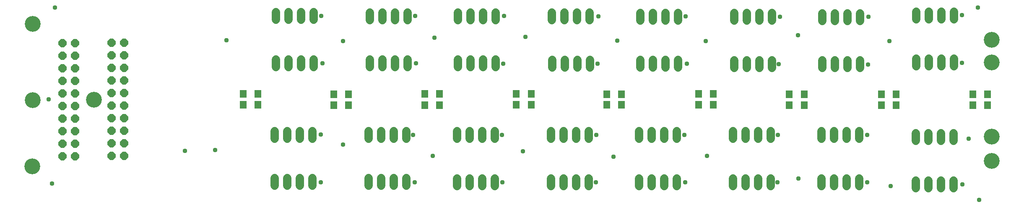
<source format=gbr>
G04 EAGLE Gerber RS-274X export*
G75*
%MOMM*%
%FSLAX34Y34*%
%LPD*%
%INSoldermask Top*%
%IPPOS*%
%AMOC8*
5,1,8,0,0,1.08239X$1,22.5*%
G01*
%ADD10C,3.203200*%
%ADD11R,1.403200X1.603200*%
%ADD12C,1.727200*%
%ADD13P,1.759533X8X112.500000*%
%ADD14C,0.959600*%


D10*
X-245000Y312000D03*
X-122000Y159000D03*
X-245000Y158000D03*
X-246000Y24000D03*
X1691000Y280000D03*
X1691000Y234000D03*
X1691000Y84000D03*
X1691000Y35000D03*
D11*
X179564Y170434D03*
X209564Y170434D03*
X179818Y148336D03*
X209818Y148336D03*
D12*
X321818Y320294D02*
X321818Y335534D01*
X296418Y335534D02*
X296418Y320294D01*
X271018Y320294D02*
X271018Y335534D01*
X245618Y335534D02*
X245618Y320294D01*
X245618Y240284D02*
X245618Y225044D01*
X271018Y225044D02*
X271018Y240284D01*
X296418Y240284D02*
X296418Y225044D01*
X321818Y225044D02*
X321818Y240284D01*
D11*
X362698Y170180D03*
X392698Y170180D03*
X362698Y148082D03*
X392698Y148082D03*
D12*
X511302Y320040D02*
X511302Y335280D01*
X485902Y335280D02*
X485902Y320040D01*
X460502Y320040D02*
X460502Y335280D01*
X435102Y335280D02*
X435102Y320040D01*
X435102Y240030D02*
X435102Y224790D01*
X460502Y224790D02*
X460502Y240030D01*
X485902Y240030D02*
X485902Y224790D01*
X511302Y224790D02*
X511302Y240030D01*
D11*
X546086Y170688D03*
X576086Y170688D03*
X546086Y148082D03*
X576086Y148082D03*
D12*
X689864Y319786D02*
X689864Y335026D01*
X664464Y335026D02*
X664464Y319786D01*
X639064Y319786D02*
X639064Y335026D01*
X613664Y335026D02*
X613664Y319786D01*
X613664Y239776D02*
X613664Y224536D01*
X639064Y224536D02*
X639064Y239776D01*
X664464Y239776D02*
X664464Y224536D01*
X689864Y224536D02*
X689864Y239776D01*
D11*
X731252Y170434D03*
X761252Y170434D03*
X731252Y148336D03*
X761252Y148336D03*
D12*
X879348Y319532D02*
X879348Y334772D01*
X853948Y334772D02*
X853948Y319532D01*
X828548Y319532D02*
X828548Y334772D01*
X803148Y334772D02*
X803148Y319532D01*
X803656Y239522D02*
X803656Y224282D01*
X829056Y224282D02*
X829056Y239522D01*
X854456Y239522D02*
X854456Y224282D01*
X879856Y224282D02*
X879856Y239522D01*
D11*
X913878Y170180D03*
X943878Y170180D03*
X913878Y148336D03*
X943878Y148336D03*
D12*
X1057656Y319024D02*
X1057656Y334264D01*
X1032256Y334264D02*
X1032256Y319024D01*
X1006856Y319024D02*
X1006856Y334264D01*
X981456Y334264D02*
X981456Y319024D01*
X981456Y239014D02*
X981456Y223774D01*
X1006856Y223774D02*
X1006856Y239014D01*
X1032256Y239014D02*
X1032256Y223774D01*
X1057656Y223774D02*
X1057656Y239014D01*
D11*
X1099298Y170434D03*
X1129298Y170434D03*
X1099298Y148336D03*
X1129298Y148336D03*
D12*
X1247140Y318770D02*
X1247140Y334010D01*
X1221740Y334010D02*
X1221740Y318770D01*
X1196340Y318770D02*
X1196340Y334010D01*
X1170940Y334010D02*
X1170940Y318770D01*
X1170940Y238760D02*
X1170940Y223520D01*
X1196340Y223520D02*
X1196340Y238760D01*
X1221740Y238760D02*
X1221740Y223520D01*
X1247140Y223520D02*
X1247140Y238760D01*
D11*
X1282432Y170180D03*
X1312432Y170180D03*
X1282432Y148082D03*
X1312432Y148082D03*
D12*
X1425448Y318262D02*
X1425448Y333502D01*
X1400048Y333502D02*
X1400048Y318262D01*
X1374648Y318262D02*
X1374648Y333502D01*
X1349248Y333502D02*
X1349248Y318262D01*
X1349248Y238252D02*
X1349248Y223012D01*
X1374648Y223012D02*
X1374648Y238252D01*
X1400048Y238252D02*
X1400048Y223012D01*
X1425448Y223012D02*
X1425448Y238252D01*
D11*
X1468106Y170180D03*
X1498106Y170180D03*
X1468106Y147828D03*
X1498106Y147828D03*
D12*
X319786Y95504D02*
X319786Y80264D01*
X294386Y80264D02*
X294386Y95504D01*
X268986Y95504D02*
X268986Y80264D01*
X243586Y80264D02*
X243586Y95504D01*
X243586Y254D02*
X243586Y-14986D01*
X268986Y-14986D02*
X268986Y254D01*
X294386Y254D02*
X294386Y-14986D01*
X319786Y-14986D02*
X319786Y254D01*
X509270Y80264D02*
X509270Y95504D01*
X483870Y95504D02*
X483870Y80264D01*
X458470Y80264D02*
X458470Y95504D01*
X433070Y95504D02*
X433070Y80264D01*
X433070Y254D02*
X433070Y-14986D01*
X458470Y-14986D02*
X458470Y254D01*
X483870Y254D02*
X483870Y-14986D01*
X509270Y-14986D02*
X509270Y254D01*
X687832Y80264D02*
X687832Y95504D01*
X662432Y95504D02*
X662432Y80264D01*
X637032Y80264D02*
X637032Y95504D01*
X611632Y95504D02*
X611632Y80264D01*
X611632Y0D02*
X611632Y-15240D01*
X637032Y-15240D02*
X637032Y0D01*
X662432Y0D02*
X662432Y-15240D01*
X687832Y-15240D02*
X687832Y0D01*
X877316Y79756D02*
X877316Y94996D01*
X851916Y94996D02*
X851916Y79756D01*
X826516Y79756D02*
X826516Y94996D01*
X801116Y94996D02*
X801116Y79756D01*
X801116Y-254D02*
X801116Y-15494D01*
X826516Y-15494D02*
X826516Y-254D01*
X851916Y-254D02*
X851916Y-15494D01*
X877316Y-15494D02*
X877316Y-254D01*
X1055624Y80010D02*
X1055624Y95250D01*
X1030224Y95250D02*
X1030224Y80010D01*
X1004824Y80010D02*
X1004824Y95250D01*
X979424Y95250D02*
X979424Y80010D01*
X979424Y0D02*
X979424Y-15240D01*
X1004824Y-15240D02*
X1004824Y0D01*
X1030224Y0D02*
X1030224Y-15240D01*
X1055624Y-15240D02*
X1055624Y0D01*
X1245108Y79756D02*
X1245108Y94996D01*
X1219708Y94996D02*
X1219708Y79756D01*
X1194308Y79756D02*
X1194308Y94996D01*
X1168908Y94996D02*
X1168908Y79756D01*
X1168908Y0D02*
X1168908Y-15240D01*
X1194308Y-15240D02*
X1194308Y0D01*
X1219708Y0D02*
X1219708Y-15240D01*
X1245108Y-15240D02*
X1245108Y0D01*
X1423416Y80010D02*
X1423416Y95250D01*
X1398016Y95250D02*
X1398016Y80010D01*
X1372616Y80010D02*
X1372616Y95250D01*
X1347216Y95250D02*
X1347216Y80010D01*
X1347216Y0D02*
X1347216Y-15240D01*
X1372616Y-15240D02*
X1372616Y0D01*
X1398016Y0D02*
X1398016Y-15240D01*
X1423416Y-15240D02*
X1423416Y0D01*
D11*
X1652739Y169850D03*
X1682739Y169850D03*
X1652739Y147752D03*
X1682739Y147752D03*
D12*
X1614068Y91161D02*
X1614068Y75921D01*
X1588668Y75921D02*
X1588668Y91161D01*
X1563268Y91161D02*
X1563268Y75921D01*
X1537868Y75921D02*
X1537868Y91161D01*
X1538122Y-4597D02*
X1538122Y-19837D01*
X1563522Y-19837D02*
X1563522Y-4597D01*
X1588922Y-4597D02*
X1588922Y-19837D01*
X1614322Y-19837D02*
X1614322Y-4597D01*
X1614627Y321462D02*
X1614627Y336702D01*
X1589227Y336702D02*
X1589227Y321462D01*
X1563827Y321462D02*
X1563827Y336702D01*
X1538427Y336702D02*
X1538427Y321462D01*
X1538427Y241452D02*
X1538427Y226212D01*
X1563827Y226212D02*
X1563827Y241452D01*
X1589227Y241452D02*
X1589227Y226212D01*
X1614627Y226212D02*
X1614627Y241452D01*
D13*
X-86157Y45745D03*
X-60757Y45745D03*
X-86157Y71145D03*
X-60757Y71145D03*
X-86157Y96545D03*
X-60757Y96545D03*
X-86157Y121945D03*
X-60757Y121945D03*
X-86157Y147345D03*
X-60757Y147345D03*
X-86157Y172745D03*
X-60757Y172745D03*
X-86157Y198145D03*
X-60757Y198145D03*
X-86157Y223545D03*
X-60757Y223545D03*
X-86157Y248945D03*
X-60757Y248945D03*
X-86157Y274345D03*
X-60757Y274345D03*
X-184785Y44247D03*
X-159385Y44247D03*
X-184785Y69647D03*
X-159385Y69647D03*
X-184785Y95047D03*
X-159385Y95047D03*
X-184785Y120447D03*
X-159385Y120447D03*
X-184785Y145847D03*
X-159385Y145847D03*
X-184785Y171247D03*
X-159385Y171247D03*
X-184785Y196647D03*
X-159385Y196647D03*
X-184785Y222047D03*
X-159385Y222047D03*
X-184785Y247447D03*
X-159385Y247447D03*
X-184785Y272847D03*
X-159385Y272847D03*
D14*
X337566Y328267D03*
X-213106Y159258D03*
X1663192Y345440D03*
X1484122Y277622D03*
X1299972Y289052D03*
X1113282Y277622D03*
X934974Y278384D03*
X749808Y286004D03*
X565658Y284226D03*
X381508Y277114D03*
X145542Y278892D03*
X62230Y55626D03*
X123444Y56896D03*
X381000Y68326D03*
X562610Y45212D03*
X744728Y54864D03*
X927354Y43434D03*
X1116330Y45720D03*
X1300480Y0D03*
X1486662Y-16002D03*
X1665478Y-43180D03*
X-200406Y344932D03*
X-206248Y-10160D03*
X527304Y328013D03*
X706120Y327759D03*
X896762Y327294D03*
X1073150Y326997D03*
X1263142Y326743D03*
X1442212Y326235D03*
X1630629Y329562D03*
X336042Y88364D03*
X522732Y88110D03*
X701802Y88110D03*
X892810Y87856D03*
X1070864Y88110D03*
X1259586Y87856D03*
X1644294Y79985D03*
X339423Y232585D03*
X528653Y232077D03*
X704342Y231676D03*
X895604Y231422D03*
X1075261Y231315D03*
X1261364Y230660D03*
X1440942Y230152D03*
X336804Y-7719D03*
X525780Y-7973D03*
X703326Y-7973D03*
X892048Y-8227D03*
X1072134Y-7973D03*
X1258570Y-8227D03*
X1439418Y-7973D03*
X1631800Y-12423D03*
X1631137Y233479D03*
X1439418Y88110D03*
M02*

</source>
